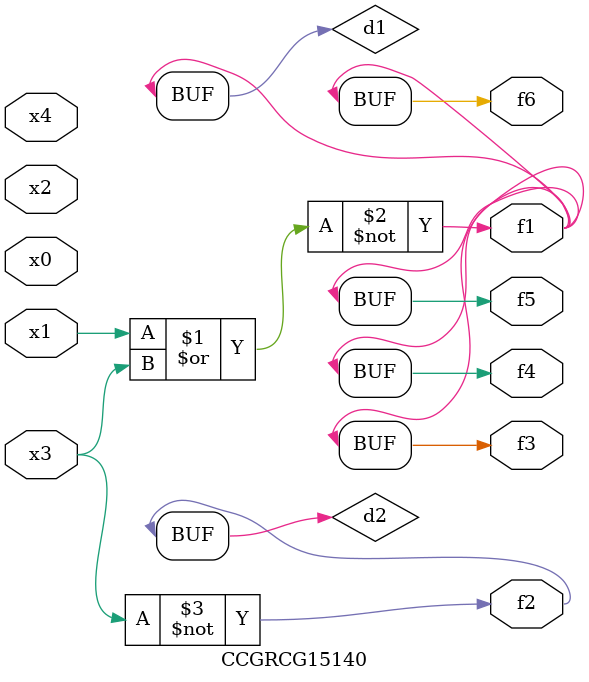
<source format=v>
module CCGRCG15140(
	input x0, x1, x2, x3, x4,
	output f1, f2, f3, f4, f5, f6
);

	wire d1, d2;

	nor (d1, x1, x3);
	not (d2, x3);
	assign f1 = d1;
	assign f2 = d2;
	assign f3 = d1;
	assign f4 = d1;
	assign f5 = d1;
	assign f6 = d1;
endmodule

</source>
